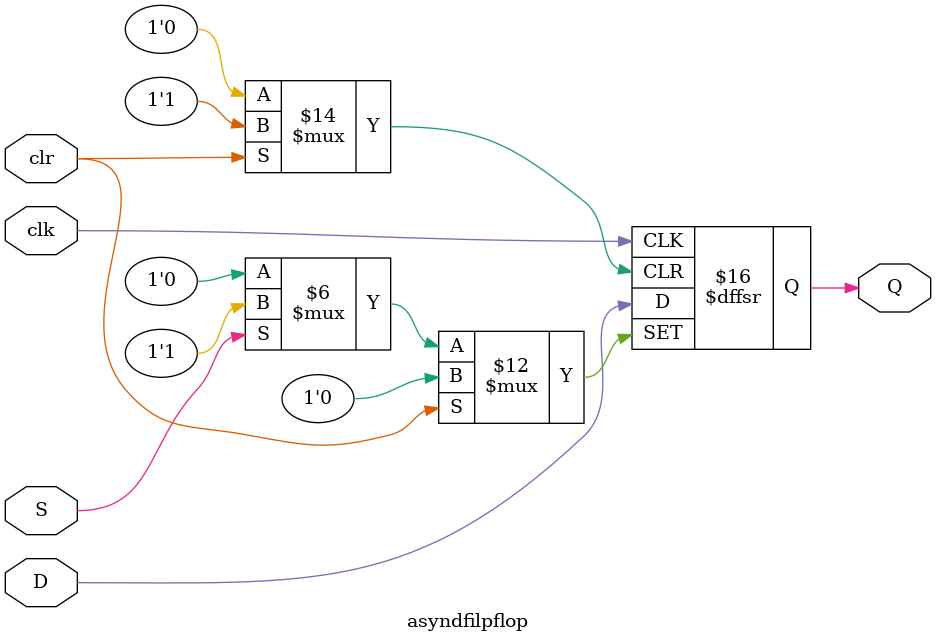
<source format=v>
/* Asynchronous reset filp-flop */
module asyndfilpflop (
    input wire clk,
    input wire clr,
    input wire S,
    input wire D,
    output reg Q
);

always @ (posedge clk or posedge clr or posedge S) begin
    if (S == 1)
        Q <= 1;
    else if (clr == 1)
        Q <= 0;
    else 
        Q <= D;
end

endmodule

</source>
